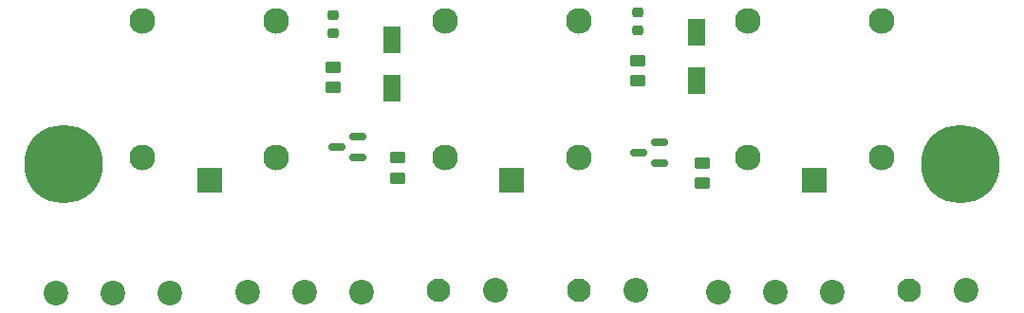
<source format=gbr>
%TF.GenerationSoftware,KiCad,Pcbnew,7.0.2*%
%TF.CreationDate,2023-08-09T10:06:03-03:00*%
%TF.ProjectId,PCB_Incendio,5043425f-496e-4636-956e-64696f2e6b69,rev?*%
%TF.SameCoordinates,Original*%
%TF.FileFunction,Soldermask,Top*%
%TF.FilePolarity,Negative*%
%FSLAX46Y46*%
G04 Gerber Fmt 4.6, Leading zero omitted, Abs format (unit mm)*
G04 Created by KiCad (PCBNEW 7.0.2) date 2023-08-09 10:06:03*
%MOMM*%
%LPD*%
G01*
G04 APERTURE LIST*
G04 Aperture macros list*
%AMRoundRect*
0 Rectangle with rounded corners*
0 $1 Rounding radius*
0 $2 $3 $4 $5 $6 $7 $8 $9 X,Y pos of 4 corners*
0 Add a 4 corners polygon primitive as box body*
4,1,4,$2,$3,$4,$5,$6,$7,$8,$9,$2,$3,0*
0 Add four circle primitives for the rounded corners*
1,1,$1+$1,$2,$3*
1,1,$1+$1,$4,$5*
1,1,$1+$1,$6,$7*
1,1,$1+$1,$8,$9*
0 Add four rect primitives between the rounded corners*
20,1,$1+$1,$2,$3,$4,$5,0*
20,1,$1+$1,$4,$5,$6,$7,0*
20,1,$1+$1,$6,$7,$8,$9,0*
20,1,$1+$1,$8,$9,$2,$3,0*%
G04 Aperture macros list end*
%ADD10C,2.200000*%
%ADD11RoundRect,0.150000X0.587500X0.150000X-0.587500X0.150000X-0.587500X-0.150000X0.587500X-0.150000X0*%
%ADD12R,1.550000X2.350000*%
%ADD13C,0.800000*%
%ADD14C,7.000000*%
%ADD15C,2.100000*%
%ADD16RoundRect,0.250000X0.450000X-0.262500X0.450000X0.262500X-0.450000X0.262500X-0.450000X-0.262500X0*%
%ADD17RoundRect,0.218750X-0.256250X0.218750X-0.256250X-0.218750X0.256250X-0.218750X0.256250X0.218750X0*%
%ADD18C,2.300000*%
%ADD19R,2.300000X2.300000*%
G04 APERTURE END LIST*
D10*
%TO.C,J5*%
X218860000Y-86420000D03*
X213780000Y-86420000D03*
X208700000Y-86420000D03*
%TD*%
D11*
%TO.C,Q1*%
X203465000Y-74910000D03*
X203465000Y-73010000D03*
X201590000Y-73960000D03*
%TD*%
%TO.C,Q2*%
X176537500Y-74400000D03*
X176537500Y-72500000D03*
X174662500Y-73450000D03*
%TD*%
D12*
%TO.C,D2*%
X179560000Y-68240000D03*
X179560000Y-63940000D03*
%TD*%
D13*
%TO.C,REF\u002A\u002A*%
X152905000Y-75000000D03*
X152136155Y-76856155D03*
X152136155Y-73143845D03*
X150280000Y-77625000D03*
D14*
X150280000Y-75000000D03*
D13*
X150280000Y-72375000D03*
X148423845Y-76856155D03*
X148423845Y-73143845D03*
X147655000Y-75000000D03*
%TD*%
D10*
%TO.C,J3*%
X176860000Y-86420000D03*
X171780000Y-86420000D03*
X166700000Y-86420000D03*
%TD*%
D13*
%TO.C,REF\u002A\u002A*%
X232905000Y-75000000D03*
X232136155Y-76856155D03*
X232136155Y-73143845D03*
X230280000Y-77625000D03*
D14*
X230280000Y-75000000D03*
D13*
X230280000Y-72375000D03*
X228423845Y-76856155D03*
X228423845Y-73143845D03*
X227655000Y-75000000D03*
%TD*%
D10*
%TO.C,J1*%
X230820000Y-86293000D03*
D15*
X225740000Y-86293000D03*
%TD*%
%TO.C,J6*%
X183740000Y-86293000D03*
D10*
X188820000Y-86293000D03*
%TD*%
D16*
%TO.C,R4*%
X180070000Y-76265000D03*
X180070000Y-74440000D03*
%TD*%
D12*
%TO.C,D1*%
X206740000Y-67560000D03*
X206740000Y-63260000D03*
%TD*%
D16*
%TO.C,R3*%
X174340000Y-68172500D03*
X174340000Y-66347500D03*
%TD*%
%TO.C,R1*%
X207230000Y-76722500D03*
X207230000Y-74897500D03*
%TD*%
D17*
%TO.C,LED1*%
X201530000Y-61442500D03*
X201530000Y-63017500D03*
%TD*%
D10*
%TO.C,J2*%
X201320000Y-86293000D03*
D15*
X196240000Y-86293000D03*
%TD*%
D16*
%TO.C,R2*%
X201530000Y-67582500D03*
X201530000Y-65757500D03*
%TD*%
D10*
%TO.C,J4*%
X159760000Y-86520000D03*
X154680000Y-86520000D03*
X149600000Y-86520000D03*
%TD*%
D18*
%TO.C,K2*%
X196280000Y-74420000D03*
D19*
X190280000Y-76420000D03*
D18*
X184280000Y-62220000D03*
X196280000Y-62220000D03*
X184280000Y-74420000D03*
%TD*%
%TO.C,K3*%
X169280000Y-74420000D03*
D19*
X163280000Y-76420000D03*
D18*
X157280000Y-62220000D03*
X169280000Y-62220000D03*
X157280000Y-74420000D03*
%TD*%
%TO.C,K1*%
X223280000Y-74420000D03*
D19*
X217280000Y-76420000D03*
D18*
X211280000Y-62220000D03*
X223280000Y-62220000D03*
X211280000Y-74420000D03*
%TD*%
D17*
%TO.C,LED2*%
X174330000Y-61692500D03*
X174330000Y-63267500D03*
%TD*%
M02*

</source>
